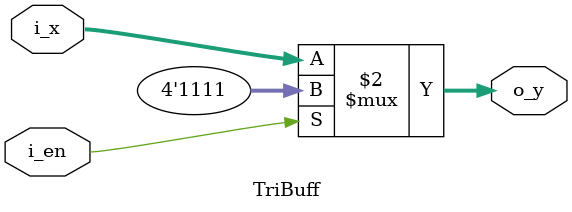
<source format=v>
`timescale 1ns / 1ps

module TriBuff(
    input [3:0] i_x,
    input i_en,
    output [3:0] o_y
    );

    assign o_y = (i_en == 1'b0) ? i_x : 4'b1111;
endmodule
</source>
